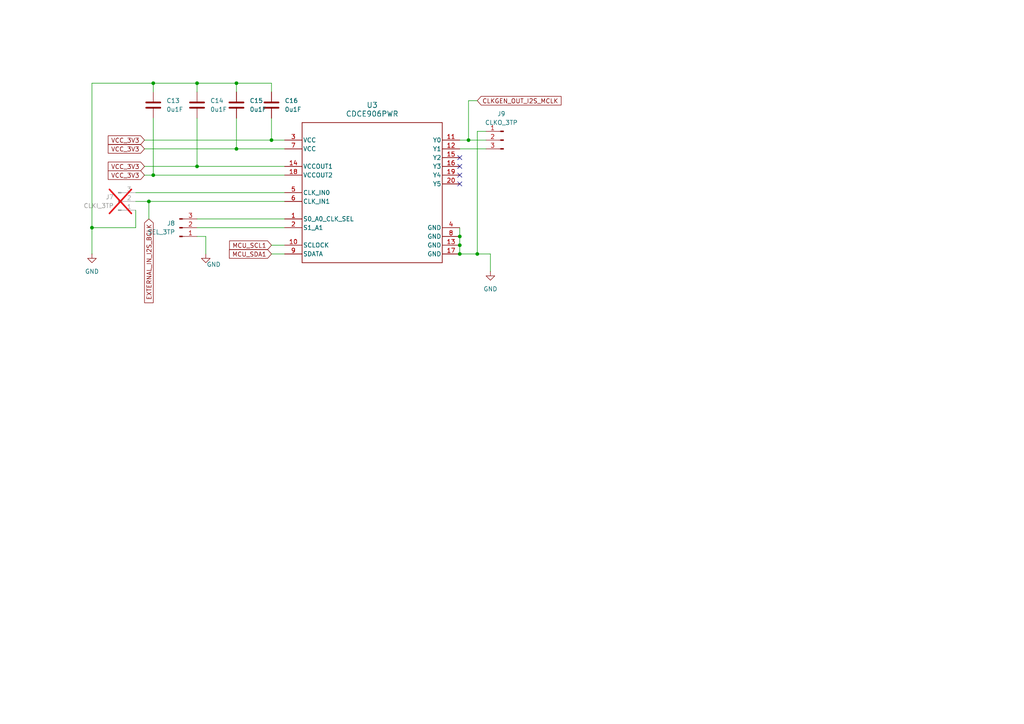
<source format=kicad_sch>
(kicad_sch (version 20231120) (generator "eeschema") (generator_version "8.0")
  (paper "A4")
  (title_block (title "I2S Audio to AES/EBU Optical Toslink") (date "2024-03-18") (rev "v0.2") (company "Mika Laitio"))
  (lib_symbols
    (symbol "Connector:Conn_01x03_Pin" (pin_names (offset 1.016) hide)
      (property "Reference" "J" (at 0 5.08 0))
      (property "Value" "Conn_01x03_Pin" (at 0 -5.08 0))
      (symbol "Conn_01x03_Pin_1_1"
        (polyline (pts (xy 1.27 -2.54) (xy 0.8636 -2.54)) (stroke (width 0.1524)))
        (polyline (pts (xy 1.27 0) (xy 0.8636 0)) (stroke (width 0.1524)))
        (polyline (pts (xy 1.27 2.54) (xy 0.8636 2.54)) (stroke (width 0.1524)))
        (rectangle (start 0.8636 -2.413) (end 0 -2.667) (stroke (width 0.1524)) (fill (type outline)))
        (rectangle (start 0.8636 0.127) (end 0 -0.127) (stroke (width 0.1524)) (fill (type outline)))
        (rectangle (start 0.8636 2.667) (end 0 2.413) (stroke (width 0.1524)) (fill (type outline)))
        (pin passive line (at 5.08 2.54 180) (length 3.81) (name "Pin_1") (number "1"))
        (pin passive line (at 5.08 0 180) (length 3.81) (name "Pin_2") (number "2"))
        (pin passive line (at 5.08 -2.54 180) (length 3.81) (name "Pin_3") (number "3"))
      )
    )
    (symbol "Device:C" (pin_numbers hide) (pin_names (offset 0.254))
      (property "Reference" "C" (at 0.635 2.54 0))
      (property "Value" "C" (at 0.635 -2.54 0))
      (symbol "C_0_1"
        (polyline (pts (xy -2.032 -0.762) (xy 2.032 -0.762)) (stroke (width 0.508)))
        (polyline (pts (xy -2.032 0.762) (xy 2.032 0.762)) (stroke (width 0.508)))
      )
      (symbol "C_1_1"
        (pin passive line (at 0 3.81 270) (length 2.794) (name "~") (number "1"))
        (pin passive line (at 0 -3.81 90) (length 2.794) (name "~") (number "2"))
      )
    )
    (symbol "lamikr_CDCE906PWR:CDCE906PWR" (pin_names (offset 0.254))
      (property "Reference" "U" (at 0 2.54 0))
      (property "Value" "CDCE906PWR" (at 0 0 0))
      (symbol "CDCE906PWR_0_1"
        (polyline (pts (xy 5.08 -35.56) (xy 45.72 -35.56)) (stroke (width 0.2032)))
        (polyline (pts (xy 5.08 5.08) (xy 5.08 -35.56)) (stroke (width 0.2032)))
        (polyline (pts (xy 45.72 -35.56) (xy 45.72 5.08)) (stroke (width 0.2032)))
        (polyline (pts (xy 45.72 5.08) (xy 5.08 5.08)) (stroke (width 0.2032)))
        (pin input line (at 0 -22.86 0) (length 5.08) (name "S0_A0_CLK_SEL") (number "1"))
        (pin input line (at 0 -30.48 0) (length 5.08) (name "SCLOCK") (number "10"))
        (pin output line (at 50.8 0 180) (length 5.08) (name "Y0") (number "11"))
        (pin output line (at 50.8 -2.54 180) (length 5.08) (name "Y1") (number "12"))
        (pin power_in line (at 50.8 -30.48 180) (length 5.08) (name "GND") (number "13"))
        (pin power_in line (at 0 -7.62 0) (length 5.08) (name "VCCOUT1") (number "14"))
        (pin output line (at 50.8 -5.08 180) (length 5.08) (name "Y2") (number "15"))
        (pin output line (at 50.8 -7.62 180) (length 5.08) (name "Y3") (number "16"))
        (pin power_in line (at 50.8 -33.02 180) (length 5.08) (name "GND") (number "17"))
        (pin power_in line (at 0 -10.16 0) (length 5.08) (name "VCCOUT2") (number "18"))
        (pin output line (at 50.8 -10.16 180) (length 5.08) (name "Y4") (number "19"))
        (pin input line (at 0 -25.4 0) (length 5.08) (name "S1_A1") (number "2"))
        (pin output line (at 50.8 -12.7 180) (length 5.08) (name "Y5") (number "20"))
        (pin power_in line (at 0 0 0) (length 5.08) (name "VCC") (number "3"))
        (pin power_in line (at 50.8 -25.4 180) (length 5.08) (name "GND") (number "4"))
        (pin input line (at 0 -15.24 0) (length 5.08) (name "CLK_IN0") (number "5"))
        (pin bidirectional line (at 0 -17.78 0) (length 5.08) (name "CLK_IN1") (number "6"))
        (pin power_in line (at 0 -2.54 0) (length 5.08) (name "VCC") (number "7"))
        (pin power_in line (at 50.8 -27.94 180) (length 5.08) (name "GND") (number "8"))
        (pin bidirectional line (at 0 -33.02 0) (length 5.08) (name "SDATA") (number "9"))
      )
    )
    (symbol "power:GND" (power) (pin_numbers hide) (pin_names (offset 0) hide)
      (property "Value" "GND" (at 0 -3.81 0))
      (symbol "GND_0_1"
        (polyline (pts (xy 0 0) (xy 0 -1.27) (xy 1.27 -1.27) (xy 0 -2.54) (xy -1.27 -1.27) (xy 0 -1.27)))
      )
      (symbol "GND_1_1"
        (pin power_in line (at 0 0 270) (length 0) (name "~") (number "1"))
      )
    )
  )
  (junction (at 43.18 58.42))
  (junction (at 133.35 68.58))
  (junction (at 68.58 43.18))
  (junction (at 57.15 48.26))
  (junction (at 44.45 24.13))
  (junction (at 44.45 50.8))
  (junction (at 57.15 24.13))
  (junction (at 135.89 40.64))
  (junction (at 68.58 24.13))
  (junction (at 133.35 71.12))
  (junction (at 26.67 66.04))
  (junction (at 133.35 73.66))
  (junction (at 138.43 73.66))
  (junction (at 78.74 40.64))
  (no_connect (at 133.35 48.26))
  (no_connect (at 133.35 50.8))
  (no_connect (at 133.35 53.34))
  (no_connect (at 133.35 45.72))
  (wire (pts (xy 26.67 66.04) (xy 26.67 73.66)))
  (wire (pts (xy 59.69 73.66) (xy 59.69 68.58)))
  (wire (pts (xy 78.74 40.64) (xy 82.55 40.64)))
  (wire (pts (xy 57.15 63.5) (xy 82.55 63.5)))
  (wire (pts (xy 57.15 34.29) (xy 57.15 48.26)))
  (wire (pts (xy 57.15 66.04) (xy 82.55 66.04)))
  (wire (pts (xy 140.97 38.1) (xy 138.43 38.1)))
  (wire (pts (xy 78.74 34.29) (xy 78.74 40.64)))
  (wire (pts (xy 68.58 43.18) (xy 82.55 43.18)))
  (wire (pts (xy 78.74 73.66) (xy 82.55 73.66)))
  (wire (pts (xy 133.35 43.18) (xy 140.97 43.18)))
  (wire (pts (xy 78.74 24.13) (xy 78.74 26.67)))
  (wire (pts (xy 68.58 26.67) (xy 68.58 24.13)))
  (wire (pts (xy 41.91 43.18) (xy 68.58 43.18)))
  (wire (pts (xy 39.37 66.04) (xy 26.67 66.04)))
  (wire (pts (xy 138.43 73.66) (xy 142.24 73.66)))
  (wire (pts (xy 39.37 55.88) (xy 82.55 55.88)))
  (wire (pts (xy 135.89 29.21) (xy 138.43 29.21)))
  (wire (pts (xy 41.91 48.26) (xy 57.15 48.26)))
  (wire (pts (xy 57.15 24.13) (xy 57.15 26.67)))
  (wire (pts (xy 135.89 40.64) (xy 140.97 40.64)))
  (wire (pts (xy 57.15 48.26) (xy 82.55 48.26)))
  (wire (pts (xy 68.58 24.13) (xy 57.15 24.13)))
  (wire (pts (xy 43.18 58.42) (xy 82.55 58.42)))
  (wire (pts (xy 57.15 24.13) (xy 44.45 24.13)))
  (wire (pts (xy 41.91 50.8) (xy 44.45 50.8)))
  (wire (pts (xy 68.58 24.13) (xy 78.74 24.13)))
  (wire (pts (xy 78.74 71.12) (xy 82.55 71.12)))
  (wire (pts (xy 133.35 73.66) (xy 138.43 73.66)))
  (wire (pts (xy 43.18 58.42) (xy 43.18 63.5)))
  (wire (pts (xy 26.67 24.13) (xy 26.67 66.04)))
  (wire (pts (xy 68.58 34.29) (xy 68.58 43.18)))
  (wire (pts (xy 59.69 68.58) (xy 57.15 68.58)))
  (wire (pts (xy 44.45 24.13) (xy 26.67 24.13)))
  (wire (pts (xy 133.35 68.58) (xy 133.35 71.12)))
  (wire (pts (xy 133.35 66.04) (xy 133.35 68.58)))
  (wire (pts (xy 39.37 60.96) (xy 39.37 66.04)))
  (wire (pts (xy 133.35 71.12) (xy 133.35 73.66)))
  (wire (pts (xy 135.89 40.64) (xy 135.89 29.21)))
  (wire (pts (xy 39.37 58.42) (xy 43.18 58.42)))
  (wire (pts (xy 44.45 24.13) (xy 44.45 26.67)))
  (wire (pts (xy 44.45 50.8) (xy 44.45 34.29)))
  (wire (pts (xy 142.24 73.66) (xy 142.24 78.74)))
  (wire (pts (xy 138.43 38.1) (xy 138.43 73.66)))
  (wire (pts (xy 133.35 40.64) (xy 135.89 40.64)))
  (wire (pts (xy 41.91 40.64) (xy 78.74 40.64)))
  (wire (pts (xy 44.45 50.8) (xy 82.55 50.8)))
  (global_label "EXTERNAL_IN_I2S_BCLK" (shape input) (at 43.18 63.5 270) (property "Intersheetrefs" "${INTERSHEET_REFS}" (effects (hide yes))))
  (global_label "VCC_3V3" (shape input) (at 41.91 50.8 180) (property "Intersheetrefs" "${INTERSHEET_REFS}" (effects (hide yes))))
  (global_label "VCC_3V3" (shape input) (at 41.91 43.18 180) (property "Intersheetrefs" "${INTERSHEET_REFS}" (effects (hide yes))))
  (global_label "MCU_SCL1" (shape input) (at 78.74 71.12 180) (property "Intersheetrefs" "${INTERSHEET_REFS}" (effects (hide yes))))
  (global_label "CLKGEN_OUT_I2S_MCLK" (shape input) (at 138.43 29.21 0) (property "Intersheetrefs" "${INTERSHEET_REFS}" (effects (hide yes))))
  (global_label "VCC_3V3" (shape input) (at 41.91 40.64 180) (property "Intersheetrefs" "${INTERSHEET_REFS}" (effects (hide yes))))
  (global_label "MCU_SDA1" (shape input) (at 78.74 73.66 180) (property "Intersheetrefs" "${INTERSHEET_REFS}" (effects (hide yes))))
  (global_label "VCC_3V3" (shape input) (at 41.91 48.26 180) (property "Intersheetrefs" "${INTERSHEET_REFS}" (effects (hide yes))))
  (symbol (lib_id "Device:C") (at 78.74 30.48 0) (unit 1)
    (property "Reference" "C16" (at 82.55 29.21 0) (effects (justify left)))
    (property "Value" "0u1F" (at 82.55 31.75 0) (effects (justify left)))
    (property "Footprint" "Capacitor_SMD:C_0603_1608Metric" (effects (hide yes)))
    (property "Description" "Unpolarized capacitor" (effects (hide yes)))
    (property "MFR" "Murata" (effects (hide yes)))
    (property "MPN" "GRM033R61A104ME15D" (effects (hide yes)))
    (property "SKU_DIGIKEY" "490-5405-1-ND " (effects (hide yes)))
    (property "QtyOrdered" "100" (effects (hide yes)))
  )
  (symbol (lib_id "Device:C") (at 44.45 30.48 0) (unit 1)
    (property "Reference" "C13" (at 48.26 29.21 0) (effects (justify left)))
    (property "Value" "0u1F" (at 48.26 31.75 0) (effects (justify left)))
    (property "Footprint" "Capacitor_SMD:C_0603_1608Metric" (effects (hide yes)))
    (property "Description" "Unpolarized capacitor" (effects (hide yes)))
    (property "MFR" "Murata" (effects (hide yes)))
    (property "MPN" "GRM033R61A104ME15D" (effects (hide yes)))
    (property "SKU_DIGIKEY" "490-5405-1-ND " (effects (hide yes)))
    (property "QtyOrdered" "100" (effects (hide yes)))
  )
  (symbol (lib_id "Device:C") (at 57.15 30.48 0) (unit 1)
    (property "Reference" "C14" (at 60.96 29.21 0) (effects (justify left)))
    (property "Value" "0u1F" (at 60.96 31.75 0) (effects (justify left)))
    (property "Footprint" "Capacitor_SMD:C_0603_1608Metric" (effects (hide yes)))
    (property "Description" "Unpolarized capacitor" (effects (hide yes)))
    (property "MFR" "Murata" (effects (hide yes)))
    (property "MPN" "GRM033R61A104ME15D" (effects (hide yes)))
    (property "SKU_DIGIKEY" "490-5405-1-ND " (effects (hide yes)))
    (property "QtyOrdered" "100" (effects (hide yes)))
  )
  (symbol (lib_id "power:GND") (at 26.67 73.66 0) (unit 1)
    (property "Reference" "#PWR016" (effects (hide yes)))
    (property "Value" "GND" (at 26.67 78.74 0))
    (property "Description" "Power symbol creates a global label with name \"GND\" , ground" (effects (hide yes)))
  )
  (symbol (lib_id "power:GND") (at 142.24 78.74 0) (unit 1)
    (property "Reference" "#PWR018" (effects (hide yes)))
    (property "Value" "GND" (at 142.24 83.82 0))
    (property "Description" "Power symbol creates a global label with name \"GND\" , ground" (effects (hide yes)))
  )
  (symbol (lib_id "Connector:Conn_01x03_Pin") (at 146.05 40.64 0) (mirror y) (unit 1)
    (property "Reference" "J9" (at 145.415 33.02 0))
    (property "Value" "CLKO_3TP" (at 145.415 35.56 0))
    (property "Footprint" "Connector_PinHeader_2.54mm:PinHeader_1x03_P2.54mm_Vertical" (effects (hide yes)))
    (property "Description" "Generic connector, single row, 01x03, script generated" (effects (hide yes)))
  )
  (symbol (lib_id "lamikr_CDCE906PWR:CDCE906PWR") (at 82.55 40.64 0) (unit 1)
    (property "Reference" "U3" (at 107.95 30.48 0) (effects (font (size 1.524 1.524))))
    (property "Value" "CDCE906PWR" (at 107.95 33.02 0) (effects (font (size 1.524 1.524))))
    (property "Footprint" "lamikr_audio:PW0020A-IPC_A" (effects (hide yes)))
    (property "Datasheet" "CDCE906PWR" (effects (hide yes)))
    (property "Price" "5.18" (effects (hide yes)))
    (property "MFR" "TI" (effects (hide yes)))
    (property "MPN" "CDCE906PWR" (effects (hide yes)))
    (property "SKU_DIGIKEY" "296-26038-1-ND" (effects (hide yes)))
    (property "QtyOrdered" "3" (effects (hide yes)))
  )
  (symbol (lib_id "Device:C") (at 68.58 30.48 0) (unit 1)
    (property "Reference" "C15" (at 72.39 29.21 0) (effects (justify left)))
    (property "Value" "0u1F" (at 72.39 31.75 0) (effects (justify left)))
    (property "Footprint" "Capacitor_SMD:C_0603_1608Metric" (effects (hide yes)))
    (property "Description" "Unpolarized capacitor" (effects (hide yes)))
    (property "MFR" "Murata" (effects (hide yes)))
    (property "MPN" "GRM033R61A104ME15D" (effects (hide yes)))
    (property "SKU_DIGIKEY" "490-5405-1-ND " (effects (hide yes)))
    (property "QtyOrdered" "100" (effects (hide yes)))
  )
  (symbol (lib_id "power:GND") (at 59.69 73.66 0) (unit 1)
    (property "Reference" "#PWR017" (effects (hide yes)))
    (property "Value" "GND" (at 61.976 76.708 0))
    (property "Description" "Power symbol creates a global label with name \"GND\" , ground" (effects (hide yes)))
  )
  (symbol (lib_id "Connector:Conn_01x03_Pin") (at 52.07 66.04 0) (mirror x) (unit 1)
    (property "Reference" "J8" (at 50.8 64.7699 0) (effects (justify right)))
    (property "Value" "SEL_3TP" (at 50.8 67.3099 0) (effects (justify right)))
    (property "Footprint" "Connector_PinHeader_2.54mm:PinHeader_1x03_P2.54mm_Vertical" (effects (hide yes)))
    (property "Description" "Generic connector, single row, 01x03, script generated" (effects (hide yes)))
  )
  (symbol (lib_id "Connector:Conn_01x03_Pin") (at 34.29 58.42 0) (mirror x) (unit 1) (dnp yes)
    (property "Reference" "J7" (at 33.02 57.1499 0) (effects (justify right)))
    (property "Value" "CLKI_3TP" (at 33.02 59.6899 0) (effects (justify right)))
    (property "Footprint" "Connector_PinHeader_2.54mm:PinHeader_1x03_P2.54mm_Vertical" (effects (hide yes)))
    (property "Description" "Generic connector, single row, 01x03, script generated" (effects (hide yes)))
  )
)
</source>
